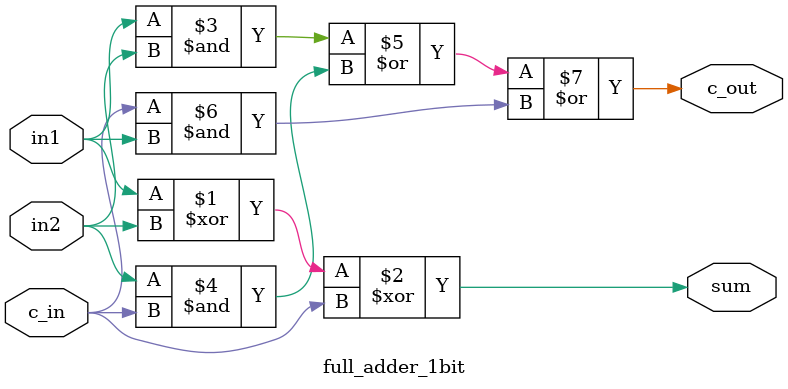
<source format=v>
`timescale 1ns / 1ps


module full_adder_1bit(input in1, input in2, input c_in, output sum, output c_out);
    assign sum = in1 ^ in2 ^ c_in;
    assign c_out = (in1 & in2) | (in2 & c_in) | (c_in & in1);
endmodule

</source>
